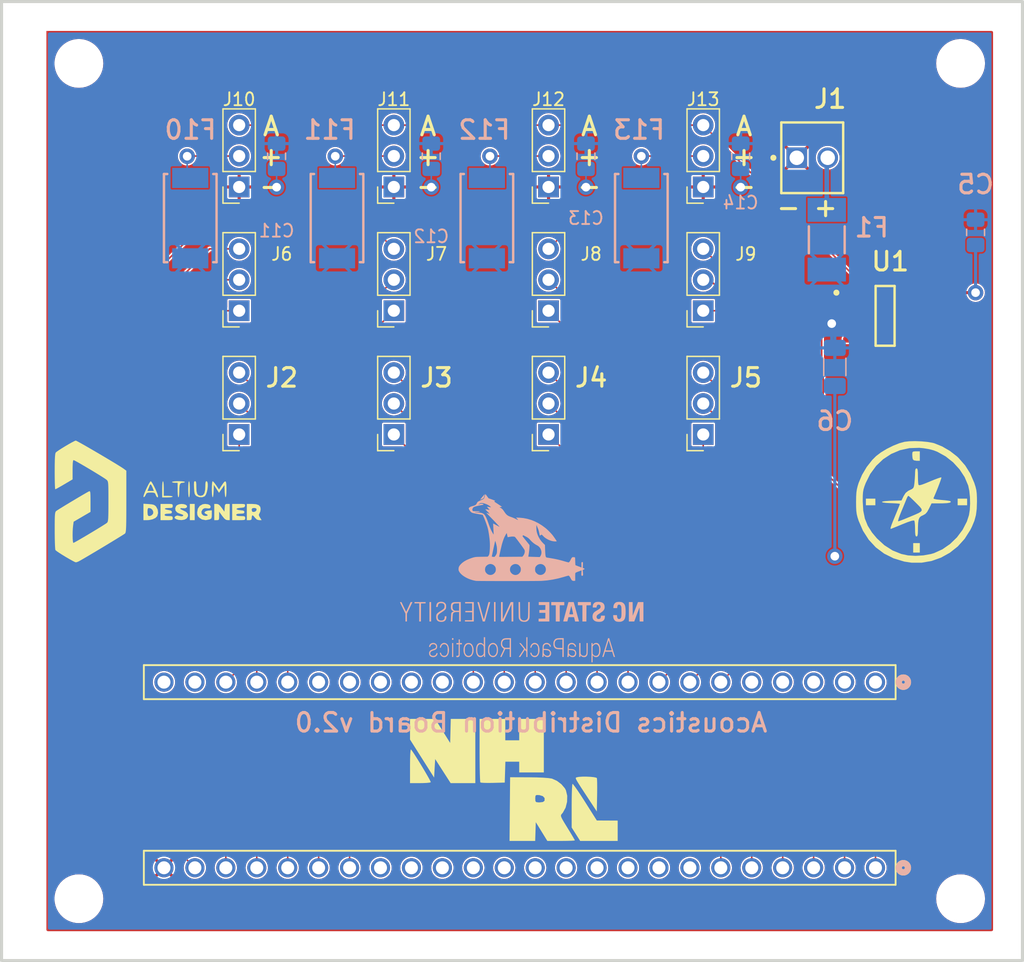
<source format=kicad_pcb>
(kicad_pcb (version 20221018) (generator pcbnew)
  (layers (0 "F.Cu" signal) (31 "B.Cu" signal) (34 "B.Paste" user) (35 "F.Paste" user) (36 "B.SilkS" user "B.Silkscreen") (37 "F.SilkS" user "F.Silkscreen") (38 "B.Mask" user) (39 "F.Mask" user) (44 "Edge.Cuts" user))
  (property "SHEETTOTAL" "1")
  (net 0 "")
  (net 1 "GND")
  (net 2 "/NR")
  (net 3 "Net-(F1-Pad1)")
  (net 8 "Net-(J10-Pin_2)")
  (net 9 "Net-(J11-Pin_2)")
  (net 10 "Net-(J12-Pin_2)")
  (net 11 "Net-(J13-Pin_2)")
  (net 15 "unconnected-(J14-Pad4)")
  (net 28 "/AGND")
  (net 30 "+5V")
  (net 31 "/J2 (DOUT)")
  (net 32 "/J2 (CLK)")
  (net 33 "/J2 (CS)")
  (net 34 "/J3 (DOUT)")
  (net 35 "/J3 (CLK)")
  (net 36 "/J3 (CS)")
  (net 37 "/J4 (DOUT)")
  (net 38 "/J4 (CLK)")
  (net 39 "/J4 (CS)")
  (net 40 "/J5 (DOUT)")
  (net 41 "/J5 (CLK)")
  (net 42 "/J5 (CS)")
  (net 43 "/J6 (G0 OUT)")
  (net 44 "/J6 (G1 OUT)")
  (net 45 "/J6 (G2 OUT)")
  (net 46 "/J7 (G0 OUT)")
  (net 47 "/J7 (G1 OUT)")
  (net 48 "/J7 (G2 OUT)")
  (net 49 "/J8 (G0 OUT)")
  (net 50 "/J8 (G1 OUT)")
  (net 51 "/J8 (G2 OUT)")
  (net 52 "/J9 (G0 OUT)")
  (net 53 "/J9 (G1 OUT)")
  (net 54 "/J9 (G2 OUT)")
  (footprint "Connector_PinSocket_2.54mm:PinSocket_1x03_P2.54mm_Vertical" (layer "F.Cu") (at 123.49734 107.52836 180)
    (fp_text reference "J2" (at -3.50266 4.65836) (layer "F.SilkS") (effects (font (size 1.524 1.524) (thickness 0.254) bold)))
    (fp_text value "Conn_01x03" hide)
    (pad "1" thru_hole rect (at 0 0 180) (size 1.7 1.7) (drill 1) (layers "*.Cu" "*.Mask") (net 31 "/J2 (DOUT)"))
    (pad "2" thru_hole oval (at 0 2.54 180) (size 1.7 1.7) (drill 1) (layers "*.Cu" "*.Mask") (net 32 "/J2 (CLK)"))
    (pad "3" thru_hole oval (at 0 5.08 180) (size 1.7 1.7) (drill 1) (layers "*.Cu" "*.Mask") (net 33 "/J2 (CS)"))
  )
  (footprint "Connector_PinSocket_2.54mm:PinSocket_1x03_P2.54mm_Vertical" (layer "F.Cu") (at 161.5976 87.2086 180)
    (fp_text reference "J13" (at 0 7.1986) (layer "F.SilkS") (effects (font (size 1.06 1) (thickness 0.1524))))
    (fp_text value "Conn_01x03")
    (pad "1" thru_hole rect (at 0 0 180) (size 1.7 1.7) (drill 1) (layers "*.Cu" "*.Mask") (net 1 "GND"))
    (pad "2" thru_hole oval (at 0 2.54 180) (size 1.7 1.7) (drill 1) (layers "*.Cu" "*.Mask") (net 11 "Net-(J13-Pin_2)"))
    (pad "3" thru_hole oval (at 0 5.08 180) (size 1.7 1.7) (drill 1) (layers "*.Cu" "*.Mask") (net 28 "/AGND"))
  )
  (footprint "AltiumImport:MOLX-22-27-2021_V" (layer "F.Cu") (at 170.5476 84.8106)
    (fp_text reference "J1" (at 0 -3.937 unlocked) (layer "F.SilkS") (effects (font (size 1.524 1.524) (thickness 0.254)) (justify left bottom)))
    (fp_text value "22-27-2021" hide)
    (pad "1" thru_hole rect (at -1.27 0 180) (size 1.7 1.7) (drill 1.19) (layers "*.Cu" "*.Mask") (net 1 "GND"))
    (pad "2" thru_hole circle (at 1.27 0 180) (size 1.7 1.7) (drill 1.19) (layers "*.Cu" "*.Mask") (net 3 "Net-(F1-Pad1)"))
  )
  (footprint "Connector_PinSocket_2.54mm:PinSocket_1x03_P2.54mm_Vertical" (layer "F.Cu") (at 161.5976 97.3686 180)
    (fp_text reference "J9" (at -3.5024 4.6586) (layer "F.SilkS") (effects (font (size 1.06 1) (thickness 0.1524))))
    (fp_text value "Conn_01x03")
    (pad "1" thru_hole rect (at 0 0 180) (size 1.7 1.7) (drill 1) (layers "*.Cu" "*.Mask") (net 52 "/J9 (G0 OUT)"))
    (pad "2" thru_hole oval (at 0 2.54 180) (size 1.7 1.7) (drill 1) (layers "*.Cu" "*.Mask") (net 53 "/J9 (G1 OUT)"))
    (pad "3" thru_hole oval (at 0 5.08 180) (size 1.7 1.7) (drill 1) (layers "*.Cu" "*.Mask") (net 54 "/J9 (G2 OUT)"))
  )
  (footprint "Connector_PinSocket_2.54mm:PinSocket_1x03_P2.54mm_Vertical" (layer "F.Cu") (at 136.19658 87.2086 180)
    (fp_text reference "J11" (at 0 7.1986) (layer "F.SilkS") (effects (font (size 1.06 1) (thickness 0.1524))))
    (fp_text value "Conn_01x03")
    (pad "1" thru_hole rect (at 0 0 180) (size 1.7 1.7) (drill 1) (layers "*.Cu" "*.Mask") (net 1 "GND"))
    (pad "2" thru_hole oval (at 0 2.54 180) (size 1.7 1.7) (drill 1) (layers "*.Cu" "*.Mask") (net 9 "Net-(J11-Pin_2)"))
    (pad "3" thru_hole oval (at 0 5.08 180) (size 1.7 1.7) (drill 1) (layers "*.Cu" "*.Mask") (net 28 "/AGND"))
  )
  (footprint "Connector_PinSocket_2.54mm:PinSocket_1x03_P2.54mm_Vertical" (layer "F.Cu") (at 123.49734 87.2086 180)
    (fp_text reference "J10" (at 0 7.1986) (layer "F.SilkS") (effects (font (size 1.06 1) (thickness 0.1524))))
    (fp_text value "Conn_01x03" hide)
    (pad "1" thru_hole rect (at 0 0 180) (size 1.7 1.7) (drill 1) (layers "*.Cu" "*.Mask") (net 1 "GND"))
    (pad "2" thru_hole oval (at 0 2.54 180) (size 1.7 1.7) (drill 1) (layers "*.Cu" "*.Mask") (net 8 "Net-(J10-Pin_2)"))
    (pad "3" thru_hole oval (at 0 5.08 180) (size 1.7 1.7) (drill 1) (layers "*.Cu" "*.Mask") (net 28 "/AGND"))
  )
  (footprint "Connector_PinSocket_2.54mm:PinSocket_1x03_P2.54mm_Vertical" (layer "F.Cu") (at 136.19658 107.52836 180)
    (fp_text reference "J3" (at -3.50342 4.65836) (layer "F.SilkS") (effects (font (size 1.524 1.524) (thickness 0.254) bold)))
    (fp_text value "Conn_01x03" hide)
    (pad "1" thru_hole rect (at 0 0 180) (size 1.7 1.7) (drill 1) (layers "*.Cu" "*.Mask") (net 34 "/J3 (DOUT)"))
    (pad "2" thru_hole oval (at 0 2.54 180) (size 1.7 1.7) (drill 1) (layers "*.Cu" "*.Mask") (net 35 "/J3 (CLK)"))
    (pad "3" thru_hole oval (at 0 5.08 180) (size 1.7 1.7) (drill 1) (layers "*.Cu" "*.Mask") (net 36 "/J3 (CS)"))
  )
  (footprint "LOGO" (layer "F.Cu") (at 179.07 113.03)
    (fp_text reference "G***" hide)
    (fp_text value "LOGO" hide)
  )
  (footprint "MountingHole:MountingHole_3.5mm" (layer "F.Cu") (at 182.7276 77.0636)
    (fp_text reference "" hide)
    (fp_text value "MountingHole_3.5mm" hide)
    (pad "" np_thru_hole circle (at 0 0) (size 3.5 3.5) (drill 3.5) (layers "*.Cu" "*.Mask"))
  )
  (footprint "Connector_PinSocket_2.54mm:PinSocket_1x03_P2.54mm_Vertical" (layer "F.Cu") (at 148.89772 87.2086 180)
    (fp_text reference "J12" (at 0 7.1986) (layer "F.SilkS") (effects (font (size 1.06 1) (thickness 0.1524))))
    (fp_text value "Conn_01x03")
    (pad "1" thru_hole rect (at 0 0 180) (size 1.7 1.7) (drill 1) (layers "*.Cu" "*.Mask") (net 1 "GND"))
    (pad "2" thru_hole oval (at 0 2.54 180) (size 1.7 1.7) (drill 1) (layers "*.Cu" "*.Mask") (net 10 "Net-(J12-Pin_2)"))
    (pad "3" thru_hole oval (at 0 5.08 180) (size 1.7 1.7) (drill 1) (layers "*.Cu" "*.Mask") (net 28 "/AGND"))
  )
  (footprint "Connector_PinSocket_2.54mm:PinSocket_1x03_P2.54mm_Vertical" (layer "F.Cu") (at 123.49734 97.3686 180)
    (fp_text reference "J6" (at -3.50266 4.6586) (layer "F.SilkS") (effects (font (size 1.06 1) (thickness 0.1524))))
    (fp_text value "Conn_01x03")
    (pad "1" thru_hole rect (at 0 0 180) (size 1.7 1.7) (drill 1) (layers "*.Cu" "*.Mask") (net 43 "/J6 (G0 OUT)"))
    (pad "2" thru_hole oval (at 0 2.54 180) (size 1.7 1.7) (drill 1) (layers "*.Cu" "*.Mask") (net 44 "/J6 (G1 OUT)"))
    (pad "3" thru_hole oval (at 0 5.08 180) (size 1.7 1.7) (drill 1) (layers "*.Cu" "*.Mask") (net 45 "/J6 (G2 OUT)"))
  )
  (footprint "SWLib (24pin header):CONN24_PPTC241LFBN-RC_SUL" (layer "F.Cu") (at 175.7426 143.1036 180)
    (fp_text reference "J15" hide)
    (fp_text value "PPTC241LFBN-RC")
    (pad "1" thru_hole circle (at 0 0 180) (size 1.5748 1.5748) (drill 1.0668) (layers "*.Cu" "*.Mask") (net 51 "/J8 (G2 OUT)"))
    (pad "2" thru_hole circle (at 2.54 0 180) (size 1.5748 1.5748) (drill 1.0668) (layers "*.Cu" "*.Mask") (net 54 "/J9 (G2 OUT)"))
    (pad "3" thru_hole circle (at 5.08 0 180) (size 1.5748 1.5748) (drill 1.0668) (layers "*.Cu" "*.Mask") (net 53 "/J9 (G1 OUT)"))
    (pad "4" thru_hole circle (at 7.62 0 180) (size 1.5748 1.5748) (drill 1.0668) (layers "*.Cu" "*.Mask") (net 52 "/J9 (G0 OUT)"))
    (pad "5" thru_hole circle (at 10.16 0 180) (size 1.5748 1.5748) (drill 1.0668) (layers "*.Cu" "*.Mask") (net 50 "/J8 (G1 OUT)"))
    (pad "6" thru_hole circle (at 12.7 0 180) (size 1.5748 1.5748) (drill 1.0668) (layers "*.Cu" "*.Mask") (net 49 "/J8 (G0 OUT)"))
    (pad "7" thru_hole circle (at 15.24 0 180) (size 1.5748 1.5748) (drill 1.0668) (layers "*.Cu" "*.Mask"))
    (pad "8" thru_hole circle (at 17.78 0 180) (size 1.5748 1.5748) (drill 1.0668) (layers "*.Cu" "*.Mask"))
    (pad "9" thru_hole circle (at 20.32 0 180) (size 1.5748 1.5748) (drill 1.0668) (layers "*.Cu" "*.Mask"))
    (pad "10" thru_hole circle (at 22.86 0 180) (size 1.5748 1.5748) (drill 1.0668) (layers "*.Cu" "*.Mask"))
    (pad "11" thru_hole circle (at 25.4 0 180) (size 1.5748 1.5748) (drill 1.0668) (layers "*.Cu" "*.Mask"))
    (pad "12" thru_hole circle (at 27.94 0 180) (size 1.5748 1.5748) (drill 1.0668) (layers "*.Cu" "*.Mask"))
    (pad "13" thru_hole circle (at 30.48 0 180) (size 1.5748 1.5748) (drill 1.0668) (layers "*.Cu" "*.Mask"))
    (pad "14" thru_hole circle (at 33.02 0 180) (size 1.5748 1.5748) (drill 1.0668) (layers "*.Cu" "*.Mask"))
    (pad "15" thru_hole circle (at 35.56 0 180) (size 1.5748 1.5748) (drill 1.0668) (layers "*.Cu" "*.Mask"))
    (pad "16" thru_hole circle (at 38.1 0 180) (size 1.5748 1.5748) (drill 1.0668) (layers "*.Cu" "*.Mask"))
    (pad "17" thru_hole circle (at 40.64 0 180) (size 1.5748 1.5748) (drill 1.0668) (layers "*.Cu" "*.Mask"))
    (pad "18" thru_hole circle (at 43.18 0 180) (size 1.5748 1.5748) (drill 1.0668) (layers "*.Cu" "*.Mask") (net 46 "/J7 (G0 OUT)"))
    (pad "19" thru_hole circle (at 45.72 0 180) (size 1.5748 1.5748) (drill 1.0668) (layers "*.Cu" "*.Mask") (net 47 "/J7 (G1 OUT)"))
    (pad "20" thru_hole circle (at 48.26 0 180) (size 1.5748 1.5748) (drill 1.0668) (layers "*.Cu" "*.Mask") (net 43 "/J6 (G0 OUT)"))
    (pad "21" thru_hole circle (at 50.8 0 180) (size 1.5748 1.5748) (drill 1.0668) (layers "*.Cu" "*.Mask") (net 44 "/J6 (G1 OUT)"))
    (pad "22" thru_hole circle (at 53.34 0 180) (size 1.5748 1.5748) (drill 1.0668) (layers "*.Cu" "*.Mask") (net 45 "/J6 (G2 OUT)"))
    (pad "23" thru_hole circle (at 55.88 0 180) (size 1.5748 1.5748) (drill 1.0668) (layers "*.Cu" "*.Mask") (net 48 "/J7 (G2 OUT)"))
    (pad "24" thru_hole circle (at 58.42 0 180) (size 1.5748 1.5748) (drill 1.0668) (layers "*.Cu" "*.Mask") (net 1 "GND"))
  )
  (footprint "MountingHole:MountingHole_3.5mm" (layer "F.Cu") (at 182.7276 145.6436)
    (fp_text reference "" hide)
    (fp_text value "MountingHole_3.5mm" hide)
    (pad "" np_thru_hole circle (at 0 0) (size 3.5 3.5) (drill 3.5) (layers "*.Cu" "*.Mask"))
  )
  (footprint "MountingHole:MountingHole_3.5mm" (layer "F.Cu") (at 110.3376 77.0636)
    (fp_text reference "" hide)
    (fp_text value "MountingHole_3.5mm" hide)
    (pad "" np_thru_hole circle (at 0 0) (size 3.5 3.5) (drill 3.5) (layers "*.Cu" "*.Mask"))
  )
  (footprint "LOGO" (layer "F.Cu") (at 116.84 113.03)
    (fp_text reference "G***" hide)
    (fp_text value "LOGO" hide)
  )
  (footprint "SWLib (24pin header):CONN24_PPTC241LFBN-RC_SUL" (layer "F.Cu") (at 175.7426 127.8636 180)
    (fp_text reference "J14" hide)
    (fp_text value "PPTC241LFBN-RC")
    (pad "1" thru_hole circle (at 0 0 180) (size 1.5748 1.5748) (drill 1.0668) (layers "*.Cu" "*.Mask"))
    (pad "2" thru_hole circle (at 2.54 0 180) (size 1.5748 1.5748) (drill 1.0668) (layers "*.Cu" "*.Mask"))
    (pad "3" thru_hole circle (at 5.08 0 180) (size 1.5748 1.5748) (drill 1.0668) (layers "*.Cu" "*.Mask"))
    (pad "4" thru_hole circle (at 7.62 0 180) (size 1.5748 1.5748) (drill 1.0668) (layers "*.Cu" "*.Mask") (net 15 "unconnected-(J14-Pad4)"))
    (pad "5" thru_hole circle (at 10.16 0 180) (size 1.5748 1.5748) (drill 1.0668) (layers "*.Cu" "*.Mask"))
    (pad "6" thru_hole circle (at 12.7 0 180) (size 1.5748 1.5748) (drill 1.0668) (layers "*.Cu" "*.Mask") (net 42 "/J5 (CS)"))
    (pad "7" thru_hole circle (at 15.24 0 180) (size 1.5748 1.5748) (drill 1.0668) (layers "*.Cu" "*.Mask") (net 41 "/J5 (CLK)"))
    (pad "8" thru_hole circle (at 17.78 0 180) (size 1.5748 1.5748) (drill 1.0668) (layers "*.Cu" "*.Mask") (net 40 "/J5 (DOUT)"))
    (pad "9" thru_hole circle (at 20.32 0 180) (size 1.5748 1.5748) (drill 1.0668) (layers "*.Cu" "*.Mask") (net 39 "/J4 (CS)"))
    (pad "10" thru_hole circle (at 22.86 0 180) (size 1.5748 1.5748) (drill 1.0668) (layers "*.Cu" "*.Mask") (net 38 "/J4 (CLK)"))
    (pad "11" thru_hole circle (at 25.4 0 180) (size 1.5748 1.5748) (drill 1.0668) (layers "*.Cu" "*.Mask") (net 37 "/J4 (DOUT)"))
    (pad "12" thru_hole circle (at 27.94 0 180) (size 1.5748 1.5748) (drill 1.0668) (layers "*.Cu" "*.Mask") (net 36 "/J3 (CS)"))
    (pad "13" thru_hole circle (at 30.48 0 180) (size 1.5748 1.5748) (drill 1.0668) (layers "*.Cu" "*.Mask") (net 35 "/J3 (CLK)"))
    (pad "14" thru_hole circle (at 33.02 0 180) (size 1.5748 1.5748) (drill 1.0668) (layers "*.Cu" "*.Mask") (net 34 "/J3 (DOUT)"))
    (pad "15" thru_hole circle (at 35.56 0 180) (size 1.5748 1.5748) (drill 1.0668) (layers "*.Cu" "*.Mask"))
    (pad "16" thru_hole circle (at 38.1 0 180) (size 1.5748 1.5748) (drill 1.0668) (layers "*.Cu" "*.Mask"))
    (pad "17" thru_hole circle (at 40.64 0 180) (size 1.5748 1.5748) (drill 1.0668) (layers "*.Cu" "*.Mask"))
    (pad "18" thru_hole circle (at 43.18 0 180) (size 1.5748 1.5748) (drill 1.0668) (layers "*.Cu" "*.Mask"))
    (pad "19" thru_hole circle (at 45.72 0 180) (size 1.5748 1.5748) (drill 1.0668) (layers "*.Cu" "*.Mask"))
    (pad "20" thru_hole circle (at 48.26 0 180) (size 1.5748 1.5748) (drill 1.0668) (layers "*.Cu" "*.Mask") (net 33 "/J2 (CS)"))
    (pad "21" thru_hole circle (at 50.8 0 180) (size 1.5748 1.5748) (drill 1.0668) (layers "*.Cu" "*.Mask") (net 32 "/J2 (CLK)"))
    (pad "22" thru_hole circle (at 53.34 0 180) (size 1.5748 1.5748) (drill 1.0668) (layers "*.Cu" "*.Mask") (net 31 "/J2 (DOUT)"))
    (pad "23" thru_hole circle (at 55.88 0 180) (size 1.5748 1.5748) (drill 1.0668) (layers "*.Cu" "*.Mask"))
    (pad "24" thru_hole circle (at 58.42 0 180) (size 1.5748 1.5748) (drill 1.0668) (layers "*.Cu" "*.Mask"))
  )
  (footprint "Connector_PinSocket_2.54mm:PinSocket_1x03_P2.54mm_Vertical" (layer "F.Cu") (at 136.19658 97.3686 180)
    (fp_text reference "J7" (at -3.50342 4.6586) (layer "F.SilkS") (effects (font (size 1.06 1) (thickness 0.1524))))
    (fp_text value "Conn_01x03")
    (pad "1" thru_hole rect (at 0 0 180) (size 1.7 1.7) (drill 1) (layers "*.Cu" "*.Mask") (net 46 "/J7 (G0 OUT)"))
    (pad "2" thru_hole oval (at 0 2.54 180) (size 1.7 1.7) (drill 1) (layers "*.Cu" "*.Mask") (net 47 "/J7 (G1 OUT)"))
    (pad "3" thru_hole oval (at 0 5.08 180) (size 1.7 1.7) (drill 1) (layers "*.Cu" "*.Mask") (net 48 "/J7 (G2 OUT)"))
  )
  (footprint "Connector_PinSocket_2.54mm:PinSocket_1x03_P2.54mm_Vertical" (layer "F.Cu") (at 161.5976 107.52836 180)
    (fp_text reference "J5" (at -3.5024 4.65836) (layer "F.SilkS") (effects (font (size 1.524 1.524) (thickness 0.254) bold)))
    (fp_text value "Conn_01x03" hide)
    (pad "1" thru_hole rect (at 0 0 180) (size 1.7 1.7) (drill 1) (layers "*.Cu" "*.Mask") (net 40 "/J5 (DOUT)"))
    (pad "2" thru_hole oval (at 0 2.54 180) (size 1.7 1.7) (drill 1) (layers "*.Cu" "*.Mask") (net 41 "/J5 (CLK)"))
    (pad "3" thru_hole oval (at 0 5.08 180) (size 1.7 1.7) (drill 1) (layers "*.Cu" "*.Mask") (net 42 "/J5 (CS)"))
  )
  (footprint "Connector_PinSocket_2.54mm:PinSocket_1x03_P2.54mm_Vertical" (layer "F.Cu") (at 148.89772 97.3686 180)
    (fp_text reference "J8" (at -3.50228 4.6586) (layer "F.SilkS") (effects (font (size 1.06 1) (thickness 0.1524))))
    (fp_text value "Conn_01x03")
    (pad "1" thru_hole rect (at 0 0 180) (size 1.7 1.7) (drill 1) (layers "*.Cu" "*.Mask") (net 49 "/J8 (G0 OUT)"))
    (pad "2" thru_hole oval (at 0 2.54 180) (size 1.7 1.7) (drill 1) (layers "*.Cu" "*.Mask") (net 50 "/J8 (G1 OUT)"))
    (pad "3" thru_hole oval (at 0 5.08 180) (size 1.7 1.7) (drill 1) (layers "*.Cu" "*.Mask") (net 51 "/J8 (G2 OUT)"))
  )
  (footprint "Connector_PinSocket_2.54mm:PinSocket_1x03_P2.54mm_Vertical" (layer "F.Cu") (at 148.89772 107.52836 180)
    (fp_text reference "J4" (at -3.50228 4.65836) (layer "F.SilkS") (effects (font (size 1.524 1.524) (thickness 0.254) bold)))
    (fp_text value "Conn_01x03" hide)
    (pad "1" thru_hole rect (at 0 0 180) (size 1.7 1.7) (drill 1) (layers "*.Cu" "*.Mask") (net 37 "/J4 (DOUT)"))
    (pad "2" thru_hole oval (at 0 2.54 180) (size 1.7 1.7) (drill 1) (layers "*.Cu" "*.Mask") (net 38 "/J4 (CLK)"))
    (pad "3" thru_hole oval (at 0 5.08 180) (size 1.7 1.7) (drill 1) (layers "*.Cu" "*.Mask") (net 39 "/J4 (CS)"))
  )
  (footprint "MountingHole:MountingHole_3.5mm" (layer "F.Cu") (at 110.3376 145.6436)
    (fp_text reference "" hide)
    (fp_text value "MountingHole_3.5mm" hide)
    (pad "" np_thru_hole circle (at 0 0) (size 3.5 3.5) (drill 3.5) (layers "*.Cu" "*.Mask"))
  )
  (footprint "LOGO" (layer "F.Cu") (at 146.05 135.89)
    (fp_text reference "G***" hide)
    (fp_text value "LOGO" hide)
  )
  (footprint "AltiumImport:FP-D0008A-IPC_B" (layer "F.Cu") (at 176.53 97.79)
    (fp_text reference "U1" (at -1.27 -3.5687 unlocked) (layer "F.SilkS") (effects (font (size 1.524 1.524) (thickness 0.254)) (justify left bottom)))
    (fp_text value "TLE2426CDR" hide)
    (pad "1" smd rect (at -2.3636 -1.905) (size 2.16916 0.58213) (layers "F.Cu" "F.Paste" "F.Mask") (net 28 "/AGND"))
    (pad "2" smd roundrect (at -2.3636 -0.635) (size 2.16916 0.58213) (layers "F.Cu" "F.Paste" "F.Mask") (roundrect_rratio 0.5) (net 1 "GND"))
    (pad "3" smd roundrect (at -2.3636 0.635) (size 2.16916 0.58213) (layers "F.Cu" "F.Paste" "F.Mask") (roundrect_rratio 0.5) (net 30 "+5V"))
    (pad "4" smd roundrect (at -2.3636 1.905) (size 2.16916 0.58213) (layers "F.Cu" "F.Paste" "F.Mask") (roundrect_rratio 0.5))
    (pad "5" smd roundrect (at 2.3636 1.905) (size 2.16916 0.58213) (layers "F.Cu" "F.Paste" "F.Mask") (roundrect_rratio 0.5))
    (pad "6" smd roundrect (at 2.3636 0.635) (size 2.16916 0.58213) (layers "F.Cu" "F.Paste" "F.Mask") (roundrect_rratio 0.5))
    (pad "7" smd roundrect (at 2.3636 -0.635) (size 2.16916 0.58213) (layers "F.Cu" "F.Paste" "F.Mask") (roundrect_rratio 0.5))
    (pad "8" smd roundrect (at 2.3636 -1.905) (size 2.16916 0.58213) (layers "F.Cu" "F.Paste" "F.Mask") (roundrect_rratio 0.5) (net 2 "/NR"))
  )
  (footprint "Capacitor_SMD:C_0805_2012Metric_Pad1.18x1.45mm_HandSolder" (layer "B.Cu") (at 164.67088 84.6836 90)
    (fp_text reference "C14" (at -3.81 0) (layer "B.SilkS") (effects (font (size 1.06 1) (thickness 0.1524)) (justify mirror)))
    (fp_text value "1uF")
    (pad "1" smd roundrect (at -1.0375 0 90) (size 1.175 1.45) (layers "B.Cu" "B.Paste" "B.Mask") (roundrect_rratio 0.212766) (net 1 "GND"))
    (pad "2" smd roundrect (at 1.0375 0 90) (size 1.175 1.45) (layers "B.Cu" "B.Paste" "B.Mask") (roundrect_rratio 0.212766) (net 30 "+5V"))
  )
  (footprint "AltiumImport:LFUS-459_V" (layer "B.Cu") (at 119.4816 89.7636 90)
    (fp_text reference "F10" (at 6.35 2.286 unlocked) (layer "B.SilkS") (effects (font (size 1.524 1.524) (thickness 0.254)) (justify left bottom mirror)))
    (fp_text value "0.25A" hide)
    (pad "1" smd rect (at -3.3 0 270) (size 1.65 2.97) (layers "B.Cu" "B.Paste" "B.Mask") (net 30 "+5V"))
    (pad "2" smd rect (at 3.3 0 270) (size 1.65 2.97) (layers "B.Cu" "B.Paste" "B.Mask") (net 8 "Net-(J10-Pin_2)"))
  )
  (footprint "AltiumImport:LFUS-459_V" (layer "B.Cu") (at 131.5306 89.7636 90)
    (fp_text reference "F11" (at 6.35 1.667 unlocked) (layer "B.SilkS") (effects (font (size 1.524 1.524) (thickness 0.254)) (justify left bottom mirror)))
    (fp_text value "0.25A" hide)
    (pad "1" smd rect (at -3.3 0 270) (size 1.65 2.97) (layers "B.Cu" "B.Paste" "B.Mask") (net 30 "+5V"))
    (pad "2" smd rect (at 3.3 0 270) (size 1.65 2.97) (layers "B.Cu" "B.Paste" "B.Mask") (net 9 "Net-(J11-Pin_2)"))
  )
  (footprint "Capacitor_SMD:C_1206_3216Metric_Pad1.33x1.80mm_HandSolder" (layer "B.Cu") (at 172.402 101.981 -90)
    (fp_text reference "C6" (at 4.445 0) (layer "B.SilkS") (effects (font (size 1.524 1.524) (thickness 0.254) bold) (justify mirror)))
    (fp_text value "1uF")
    (pad "1" smd roundrect (at -1.5625 0 270) (size 1.325 1.8) (layers "B.Cu" "B.Paste" "B.Mask") (roundrect_rratio 0.188679) (net 30 "+5V"))
    (pad "2" smd roundrect (at 1.5625 0 270) (size 1.325 1.8) (layers "B.Cu" "B.Paste" "B.Mask") (roundrect_rratio 0.188679) (net 1 "GND"))
  )
  (footprint "AltiumImport:LFUS-459_V" (layer "B.Cu") (at 156.5176 89.7636 90)
    (fp_text reference "F13" (at 6.35 2.08 unlocked) (layer "B.SilkS") (effects (font (size 1.524 1.524) (thickness 0.254)) (justify left bottom mirror)))
    (fp_text value "0.25A" hide)
    (pad "1" smd rect (at -3.3 0 270) (size 1.65 2.97) (layers "B.Cu" "B.Paste" "B.Mask") (net 30 "+5V"))
    (pad "2" smd rect (at 3.3 0 270) (size 1.65 2.97) (layers "B.Cu" "B.Paste" "B.Mask") (net 11 "Net-(J13-Pin_2)"))
  )
  (footprint "Capacitor_SMD:C_0805_2012Metric_Pad1.18x1.45mm_HandSolder" (layer "B.Cu") (at 183.959 90.932 90)
    (fp_text reference "C5" (at 3.937 0) (layer "B.SilkS") (effects (font (size 1.524 1.524) (thickness 0.254) bold) (justify mirror)))
    (fp_text value "100nF")
    (pad "1" smd roundrect (at -1.0375 0 90) (size 1.175 1.45) (layers "B.Cu" "B.Paste" "B.Mask") (roundrect_rratio 0.212766) (net 2 "/NR"))
    (pad "2" smd roundrect (at 1.0375 0 90) (size 1.175 1.45) (layers "B.Cu" "B.Paste" "B.Mask") (roundrect_rratio 0.212766) (net 30 "+5V"))
  )
  (footprint "AltiumImport:FP-0452-MFG" (layer "B.Cu") (at 171.7416 91.5416 -90)
    (fp_text reference "F1" (at -0.1016 -5.2324 unlocked) (layer "B.SilkS") (effects (font (size 1.524 1.524) (thickness 0.254)) (justify left bottom mirror)))
    (fp_text value "1.5A" hide)
    (pad "1" smd rect (at -2.4511 0 90) (size 1.9558 3.1496) (layers "B.Cu" "B.Paste" "B.Mask") (net 3 "Net-(F1-Pad1)"))
    (pad "2" smd rect (at 2.4511 0 90) (size 1.9558 3.1496) (layers "B.Cu" "B.Paste" "B.Mask") (net 30 "+5V"))
  )
  (footprint "AltiumImport:LFUS-459_V" (layer "B.Cu") (at 143.8336 89.7636 90)
    (fp_text reference "F12" (at 6.35 2.064 unlocked) (layer "B.SilkS") (effects (font (size 1.524 1.524) (thickness 0.254)) (justify left bottom mirror)))
    (fp_text value "0.25A" hide)
    (pad "1" smd rect (at -3.3 0 270) (size 1.65 2.97) (layers "B.Cu" "B.Paste" "B.Mask") (net 30 "+5V"))
    (pad "2" smd rect (at 3.3 0 270) (size 1.65 2.97) (layers "B.Cu" "B.Paste" "B.Mask") (net 10 "Net-(J12-Pin_2)"))
  )
  (footprint "Capacitor_SMD:C_0805_2012Metric_Pad1.18x1.45mm_HandSolder" (layer "B.Cu") (at 139.26936 84.68242 90)
    (fp_text reference "C12" (at -6.5825 0) (layer "B.SilkS") (effects (font (size 1.06 1) (thickness 0.1524)) (justify mirror)))
    (fp_text value "1uF")
    (pad "1" smd roundrect (at -1.0375 0 90) (size 1.175 1.45) (layers "B.Cu" "B.Paste" "B.Mask") (roundrect_rratio 0.212766) (net 1 "GND"))
    (pad "2" smd roundrect (at 1.0375 0 90) (size 1.175 1.45) (layers "B.Cu" "B.Paste" "B.Mask") (roundrect_rratio 0.212766) (net 30 "+5V"))
  )
  (footprint "Capacitor_SMD:C_0805_2012Metric_Pad1.18x1.45mm_HandSolder" (layer "B.Cu") (at 126.57114 84.68478 90)
    (fp_text reference "C11" (at -6.1175 0) (layer "B.SilkS") (effects (font (size 1.06 1) (thickness 0.1524)) (justify mirror)))
    (fp_text value "1uF")
    (pad "1" smd roundrect (at -1.0375 0 90) (size 1.175 1.45) (layers "B.Cu" "B.Paste" "B.Mask") (roundrect_rratio 0.212766) (net 1 "GND"))
    (pad "2" smd roundrect (at 1.0375 0 90) (size 1.175 1.45) (layers "B.Cu" "B.Paste" "B.Mask") (roundrect_rratio 0.212766) (net 30 "+5V"))
  )
  (footprint "Capacitor_SMD:C_0805_2012Metric_Pad1.18x1.45mm_HandSolder" (layer "B.Cu") (at 151.97074 84.6836 90)
    (fp_text reference "C13" (at -5.08 0) (layer "B.SilkS") (effects (font (size 1.06 1) (thickness 0.1524)) (justify mirror)))
    (fp_text value "1uF")
    (pad "1" smd roundrect (at -1.0375 0 90) (size 1.175 1.45) (layers "B.Cu" "B.Paste" "B.Mask") (roundrect_rratio 0.212766) (net 1 "GND"))
    (pad "2" smd roundrect (at 1.0375 0 90) (size 1.175 1.45) (layers "B.Cu" "B.Paste" "B.Mask") (roundrect_rratio 0.212766) (net 30 "+5V"))
  )
  (footprint "LOGO" (layer "B.Cu") (at 146.685 119.38 180)
    (fp_text reference "G***" hide)
    (fp_text value "LOGO" hide)
  )
  (gr_rect (start 107.7976 74.5236) (end 185.2676 148.1836) (stroke (width 0.254)) (fill none) (layer "F.Cu"))
  (gr_rect (start 103.9876 71.9836) (end 187.8076 150.7236) (stroke (width 0.254)) (fill none) (layer "Edge.Cuts"))
  (gr_text "Acoustics Distribution Board v2.0\n" (at 167.005 132.08) (layer "B.SilkS") (effects (font (size 1.524 1.524) (thickness 0.254) bold) (justify left bottom mirror)))
  (gr_text "A\n+\n-" (at 126.12934 84.6836) (layer "F.SilkS") (effects (font (size 1.524 1.524) (thickness 0.254) bold)))
  (gr_text "A\n+\n-" (at 139.00658 84.6836) (layer "F.SilkS") (effects (font (size 1.524 1.524) (thickness 0.254) bold)))
  (gr_text "A\n+\n-" (at 152.2476 84.6836) (layer "F.SilkS") (effects (font (size 1.524 1.524) (thickness 0.254) bold)))
  (gr_text "A\n+\n-" (at 164.9476 84.6836) (layer "F.SilkS") (effects (font (size 1.524 1.524) (thickness 0.254) bold)))
  (gr_text "- +" (at 167.4876 89.7636) (layer "F.SilkS") (effects (font (size 1.524 1.524) (thickness 0.254) bold) (justify left bottom)))
  (via (at 126.57114 87.2236) (size 1.27) (drill 0.7112) (layers "F.Cu" "B.Cu") (net 1))
  (via (at 164.67088 87.2236) (size 1.27) (drill 0.7112) (layers "F.Cu" "B.Cu") (net 1))
  (via (at 151.97074 87.2236) (size 1.27) (drill 0.7112) (layers "F.Cu" "B.Cu") (net 1))
  (via (at 172.402 117.5235) (size 1.27) (drill 0.7112) (layers "F.Cu" "B.Cu") (net 1))
  (via (at 139.26936 87.2236) (size 1.27) (drill 0.7112) (layers "F.Cu" "B.Cu") (net 1))
  (segment (start 126.57114 85.72228) (end 126.57114 87.2236) (width 0.127) (layer "B.Cu") (net 1))
  (segment (start 151.97074 85.7211) (end 151.97074 87.2236) (width 0.127) (layer "B.Cu") (net 1))
  (segment (start 164.67088 85.7211) (end 164.67088 87.2236) (width 0.127) (layer "B.Cu") (net 1))
  (segment (start 172.402 117.5235) (end 172.402 103.4565) (width 0.254) (layer "B.Cu") (net 1))
  (segment (start 139.26936 85.71992) (end 139.26936 87.2236) (width 0.127) (layer "B.Cu") (net 1))
  (segment (start 183.959 95.885) (end 178.8936 95.885) (width 0.254) (layer "F.Cu") (net 2))
  (via (at 183.959 95.885) (size 1.27) (drill 0.7112) (layers "F.Cu" "B.Cu") (net 2))
  (segment (start 183.959 95.885) (end 183.959 91.65824) (width 0.254) (layer "B.Cu") (net 2))
  (segment (start 171.7416 89.0905) (end 171.7416 84.8106) (width 0.381) (layer "B.Cu") (net 3))
  (segment (start 119.2426 84.6686) (end 123.49734 84.6686) (width 0.127) (layer "F.Cu") (net 8))
  (segment (start 119.2276 84.6836) (end 119.2426 84.6686) (width 0.127) (layer "F.Cu") (net 8))
  (via (at 119.2276 84.6836) (size 1.27) (drill 0.7112) (layers "F.Cu" "B.Cu") (net 8))
  (segment (start 119.2276 85.7036) (end 119.2276 84.6836) (width 0.127) (layer "B.Cu") (net 8))
  (segment (start 131.3876 84.6836) (end 131.4026 84.6686) (width 0.127) (layer "F.Cu") (net 9))
  (segment (start 131.4026 84.6686) (end 136.19658 84.6686) (width 0.127) (layer "F.Cu") (net 9))
  (via (at 131.3876 84.6836) (size 1.27) (drill 0.7112) (layers "F.Cu" "B.Cu") (net 9))
  (segment (start 131.3876 86.4636) (end 131.3876 84.6836) (width 0.127) (layer "B.Cu") (net 9))
  (segment (start 144.1026 84.6686) (end 148.89772 84.6686) (width 0.127) (layer "F.Cu") (net 10))
  (segment (start 144.0876 84.6836) (end 144.1026 84.6686) (width 0.127) (layer "F.Cu") (net 10))
  (via (at 144.0876 84.6836) (size 1.27) (drill 0.7112) (layers "F.Cu" "B.Cu") (net 10))
  (segment (start 144.0876 85.8286) (end 144.0876 84.6836) (width 0.127) (layer "B.Cu") (net 10))
  (segment (start 161.5976 84.6686) (end 156.5326 84.6686) (width 0.127) (layer "F.Cu") (net 11))
  (segment (start 156.5326 84.6686) (end 156.5176 84.6836) (width 0.127) (layer "F.Cu") (net 11))
  (via (at 156.5176 84.6836) (size 1.27) (drill 0.7112) (layers "F.Cu" "B.Cu") (net 11))
  (segment (start 156.5176 86.4636) (end 156.5176 84.6836) (width 0.127) (layer "B.Cu") (net 11))
  (segment (start 167.6141 127.3551) (end 168.1226 127.8636) (width 0.127) (layer "F.Cu") (net 15))
  (segment (start 123.49734 82.1286) (end 136.19658 82.1286) (width 0.127) (layer "F.Cu") (net 28))
  (segment (start 161.5976 82.1286) (end 148.89772 82.1286) (width 0.127) (layer "F.Cu") (net 28))
  (segment (start 174.1664 94.6974) (end 161.5976 82.1286) (width 0.127) (layer "F.Cu") (net 28))
  (segment (start 174.1664 95.885) (end 174.1664 94.6974) (width 0.127) (layer "F.Cu") (net 28))
  (segment (start 136.19658 82.1286) (end 148.89772 82.1286) (width 0.127) (layer "F.Cu") (net 28))
  (segment (start 174.1664 98.425) (end 172.148 98.425) (width 0.127) (layer "F.Cu") (net 30))
  (via (at 172.148 98.425) (size 1.27) (drill 0.7112) (layers "F.Cu" "B.Cu") (net 30))
  (segment (start 172.148 100.596) (end 172.148 98.425) (width 0.254) (layer "B.Cu") (net 30))
  (segment (start 183.80776 90.20576) (end 183.959 90.20576) (width 0.254) (layer "B.Cu") (net 30))
  (segment (start 172.148 100.596) (end 172.402 100.85) (width 0.254) (layer "B.Cu") (net 30))
  (segment (start 123.49734 126.76886) (end 122.4026 127.8636) (width 0.127) (layer "F.Cu") (net 31))
  (segment (start 123.49734 107.52836) (end 123.49734 126.76886) (width 0.127) (layer "F.Cu") (net 31))
  (segment (start 124.9426 106.43362) (end 124.9426 127.8636) (width 0.127) (layer "F.Cu") (net 32))
  (segment (start 123.49734 104.98836) (end 124.9426 106.43362) (width 0.127) (layer "F.Cu") (net 32))
  (segment (start 123.49734 102.44836) (end 127.4826 106.43362) (width 0.127) (layer "F.Cu") (net 33))
  (segment (start 127.4826 106.43362) (end 127.4826 127.8636) (width 0.127) (layer "F.Cu") (net 33))
  (segment (start 136.19658 107.52836) (end 142.60411 113.93589) (width 0.127) (layer "F.Cu") (net 34))
  (segment (start 142.7226 114.05438) (end 142.60411 113.93589) (width 0.127) (layer "F.Cu") (net 34))
  (segment (start 136.73836 107.52836) (end 136.19658 107.52836) (width 0.127) (layer "F.Cu") (net 34))
  (segment (start 142.7226 127.8636) (end 142.7226 114.05438) (width 0.127) (layer "F.Cu") (net 34))
  (segment (start 136.19658 104.98836) (end 145.2626 114.05438) (width 0.127) (layer "F.Cu") (net 35))
  (segment (start 145.2626 114.05438) (end 145.2626 127.8636) (width 0.127) (layer "F.Cu") (net 35))
  (segment (start 147.8026 114.05438) (end 147.8026 127.8636) (width 0.127) (layer "F.Cu") (net 36))
  (segment (start 136.19658 102.44836) (end 147.8026 114.05438) (width 0.127) (layer "F.Cu") (net 36))
  (segment (start 150.3426 108.97324) (end 150.3426 127.8636) (width 0.127) (layer "F.Cu") (net 37))
  (segment (start 148.89772 107.52836) (end 150.3426 108.97324) (width 0.127) (layer "F.Cu") (net 37))
  (segment (start 148.89772 104.98836) (end 152.8826 108.97324) (width 0.127) (layer "F.Cu") (net 38))
  (segment (start 152.8826 108.97324) (end 152.8826 127.8636) (width 0.127) (layer "F.Cu") (net 38))
  (segment (start 155.4226 108.97324) (end 155.4226 127.8636) (width 0.127) (layer "F.Cu") (net 39))
  (segment (start 148.89772 102.44836) (end 155.4226 108.97324) (width 0.127) (layer "F.Cu") (net 39))
  (segment (start 161.5976 107.142587) (end 161.5976 107.5436) (width 0.127) (layer "F.Cu") (net 40))
  (segment (start 161.5976 124.2286) (end 157.9626 127.8636) (width 0.127) (layer "F.Cu") (net 40))
  (segment (start 161.5976 107.52836) (end 161.5976 124.2286) (width 0.127) (layer "F.Cu") (net 40))
  (segment (start 161.5976 107.5436) (end 161.5976 107.180771) (width 0.127) (layer "F.Cu") (net 40))
  (segment (start 161.5976 104.98836) (end 162.6381 106.02886) (width 0.127) (layer "F.Cu") (net 41))
  (segment (start 162.6381 106.02886) (end 162.6381 125.7281) (width 0.127) (layer "F.Cu") (net 41))
  (segment (start 162.6381 125.7281) (end 160.5026 127.8636) (width 0.127) (layer "F.Cu") (net 41))
  (segment (start 161.5976 102.44836) (end 163.829999 104.680759) (width 0.127) (layer "F.Cu") (net 42))
  (segment (start 163.829999 104.680759) (end 163.829999 127.076201) (width 0.127) (layer "F.Cu") (net 42))
  (segment (start 163.829999 127.076201) (end 163.0426 127.8636) (width 0.127) (layer "F.Cu") (net 42))
  (segment (start 111.76 121.92) (end 111.76 130.81) (width 0.127) (layer "F.Cu") (net 43))
  (segment (start 118.11 99.06) (end 118.11 115.57) (width 0.127) (layer "F.Cu") (net 43))
  (segment (start 127 134.62) (end 127.4826 135.1026) (width 0.127) (layer "F.Cu") (net 43))
  (segment (start 123.49734 97.3686) (end 119.8014 97.3686) (width 0.127) (layer "F.Cu") (net 43))
  (segment (start 111.76 130.81) (end 115.57 134.62) (width 0.127) (layer "F.Cu") (net 43))
  (segment (start 118.11 115.57) (end 111.76 121.92) (width 0.127) (layer "F.Cu") (net 43))
  (segment (start 127.4826 135.1026) (end 127.4826 143.1036) (width 0.127) (layer "F.Cu") (net 43))
  (segment (start 115.57 134.62) (end 127 134.62) (width 0.127) (layer "F.Cu") (net 43))
  (segment (start 119.8014 97.3686) (end 118.11 99.06) (width 0.127) (layer "F.Cu") (net 43))
  (segment (start 124.9426 137.6426) (end 124.9426 143.1036) (width 0.127) (layer "F.Cu") (net 44))
  (segment (start 123.49734 94.8286) (end 121.0714 94.8286) (width 0.127) (layer "F.Cu") (net 44))
  (segment (start 116.84 114.3) (end 110.49 120.65) (width 0.127) (layer "F.Cu") (net 44))
  (segment (start 116.84 99.06) (end 116.84 114.3) (width 0.127) (layer "F.Cu") (net 44))
  (segment (start 121.0714 94.8286) (end 116.84 99.06) (width 0.127) (layer "F.Cu") (net 44))
  (segment (start 110.49 130.81) (end 115.57 135.89) (width 0.127) (layer "F.Cu") (net 44))
  (segment (start 110.49 120.65) (end 110.49 130.81) (width 0.127) (layer "F.Cu") (net 44))
  (segment (start 123.19 135.89) (end 124.9426 137.6426) (width 0.127) (layer "F.Cu") (net 44))
  (segment (start 115.57 135.89) (end 123.19 135.89) (width 0.127) (layer "F.Cu") (net 44))
  (segment (start 122.4026 143.1036) (end 122.4026 138.9126) (width 0.127) (layer "F.Cu") (net 45))
  (segment (start 120.65 137.16) (end 115.57 137.16) (width 0.127) (layer "F.Cu") (net 45))
  (segment (start 121.0714 92.2886) (end 123.49734 92.2886) (width 0.127) (layer "F.Cu") (net 45))
  (segment (start 109.22 130.81) (end 109.22 119.38) (width 0.127) (layer "F.Cu") (net 45))
  (segment (start 115.57 97.79) (end 121.0714 92.2886) (width 0.127) (layer "F.Cu") (net 45))
  (segment (start 109.22 119.38) (end 115.57 113.03) (width 0.127) (layer "F.Cu") (net 45))
  (segment (start 115.57 137.16) (end 109.22 130.81) (width 0.127) (layer "F.Cu") (net 45))
  (segment (start 122.4026 138.9126) (end 120.65 137.16) (width 0.127) (layer "F.Cu") (net 45))
  (segment (start 115.57 113.03) (end 115.57 97.79) (width 0.127) (layer "F.Cu") (net 45))
  (segment (start 133.35 100.33) (end 121.92 100.33) (width 0.127) (layer "F.Cu") (net 46))
  (segment (start 115.57 132.08) (end 127 132.08) (width 0.127) (layer "F.Cu") (net 46))
  (segment (start 127 132.08) (end 132.5626 137.6426) (width 0.127) (layer "F.Cu") (net 46))
  (segment (start 134.62 98.94518) (end 134.62 99.06) (width 0.127) (layer "F.Cu") (net 46))
  (segment (start 114.3 130.81) (end 115.57 132.08) (width 0.127) (layer "F.Cu") (net 46))
  (segment (start 134.62 99.06) (end 133.35 100.33) (width 0.127) (layer "F.Cu") (net 46))
  (segment (start 120.65 101.6) (end 120.65 116.84) (width 0.127) (layer "F.Cu") (net 46))
  (segment (start 121.92 100.33) (end 120.65 101.6) (width 0.127) (layer "F.Cu") (net 46))
  (segment (start 120.65 116.84) (end 114.3 123.19) (width 0.127) (layer "F.Cu") (net 46))
  (segment (start 114.3 123.19) (end 114.3 130.81) (width 0.127) (layer "F.Cu") (net 46))
  (segment (start 132.5626 137.6426) (end 132.5626 143.1036) (width 0.127) (layer "F.Cu") (net 46))
  (segment (start 136.19658 97.3686) (end 134.62 98.94518) (width 0.127) (layer "F.Cu") (net 46))
  (segment (start 119.38 115.57) (end 113.03 121.92) (width 0.127) (layer "F.Cu") (net 47))
  (segment (start 131.96518 99.06) (end 120.65 99.06) (width 0.127) (layer "F.Cu") (net 47))
  (segment (start 113.03 130.81) (end 115.57 133.35) (width 0.127) (layer "F.Cu") (net 47))
  (segment (start 136.19658 94.8286) (end 131.96518 99.06) (width 0.127) (layer "F.Cu") (net 47))
  (segment (start 130.0226 136.3726) (end 130.0226 143.1036) (width 0.127) (layer "F.Cu") (net 47))
  (segment (start 113.03 121.92) (end 113.03 130.81) (width 0.127) (layer "F.Cu") (net 47))
  (segment (start 115.57 133.35) (end 127 133.35) (width 0.127) (layer "F.Cu") (net 47))
  (segment (start 120.65 99.06) (end 119.38 100.33) (width 0.127) (layer "F.Cu") (net 47))
  (segment (start 127 133.35) (end 130.0226 136.3726) (width 0.127) (layer "F.Cu") (net 47))
  (segment (start 119.38 100.33) (end 119.38 115.57) (width 0.127) (layer "F.Cu") (net 47))
  (segment (start 114.3 96.52) (end 114.3 113.03) (width 0.127) (layer "F.Cu") (net 48))
  (segment (start 108.1151 119.2149) (end 108.1151 131.3561) (width 0.127) (layer "F.Cu") (net 48))
  (segment (start 134.62 90.71202) (end 134.62 90.17) (width 0.127) (layer "F.Cu") (net 48))
  (segment (start 134.62 90.17) (end 120.65 90.17) (width 0.127) (layer "F.Cu") (net 48))
  (segment (start 114.3 113.03) (end 108.1151 119.2149) (width 0.127) (layer "F.Cu") (net 48))
  (segment (start 136.19658 92.2886) (end 134.62 90.71202) (width 0.127) (layer "F.Cu") (net 48))
  (segment (start 120.65 90.17) (end 114.3 96.52) (width 0.127) (layer "F.Cu") (net 48))
  (segment (start 108.1151 131.3561) (end 119.8626 143.1036) (width 0.127) (layer "F.Cu") (net 48))
  (segment (start 177.8 129.54) (end 177.8 127) (width 0.127) (layer "F.Cu") (net 49))
  (segment (start 151.85912 100.33) (end 148.89772 97.3686) (width 0.127) (layer "F.Cu") (net 49))
  (segment (start 177.8 126.3142) (end 177.8 127) (width 0.127) (layer "F.Cu") (net 49))
  (segment (start 165.1 102.87) (end 162.56 100.33) (width 0.127) (layer "F.Cu") (net 49))
  (segment (start 163.0426 131.5974) (end 163.83 130.81) (width 0.127) (layer "F.Cu") (net 49))
  (segment (start 165.1 121.92) (end 165.1 102.87) (width 0.127) (layer "F.Cu") (net 49))
  (segment (start 176.2379 124.7521) (end 167.9321 124.7521) (width 0.127) (layer "F.Cu") (net 49))
  (segment (start 176.53 130.81) (end 177.8 129.54) (width 0.127) (layer "F.Cu") (net 49))
  (segment (start 167.9321 124.7521) (end 165.1 121.92) (width 0.127) (layer "F.Cu") (net 49))
  (segment (start 162.56 100.33) (end 151.85912 100.33) (width 0.127) (layer "F.Cu") (net 49))
  (segment (start 176.2379 124.7521) (end 177.8 126.3142) (width 0.127) (layer "F.Cu") (net 49))
  (segment (start 163.0426 143.1036) (end 163.0426 131.5974) (width 0.127) (layer "F.Cu") (net 49))
  (segment (start 163.83 130.81) (end 176.53 130.81) (width 0.127) (layer "F.Cu") (net 49))
  (segment (start 168.9989 123.1011) (end 168.91 123.19) (width 0.127) (layer "F.Cu") (net 50))
  (segment (start 179.07 129.54) (end 179.07 127) (width 0.127) (layer "F.Cu") (net 50))
  (segment (start 165.5826 132.8674) (end 166.37 132.08) (width 0.127) (layer "F.Cu") (net 50))
  (segment (start 177.8 124.46) (end 176.4411 123.1011) (width 0.127) (layer "F.Cu") (net 50))
  (segment (start 168.91 123.19) (end 166.37 120.65) (width 0.127) (layer "F.Cu") (net 50))
  (segment (start 166.37 120.65) (end 166.37 101.6) (width 0.127) (layer "F.Cu") (net 50))
  (segment (start 176.4411 123.1011) (end 168.9989 123.1011) (width 0.127) (layer "F.Cu") (net 50))
  (segment (start 166.37 101.6) (end 165.1 100.33) (width 0.127) (layer "F.Cu") (net 50))
  (segment (start 179.07 125.73) (end 177.8 124.46) (width 0.127) (layer "F.Cu") (net 50))
  (segment (start 179.07 127) (end 179.07 125.73) (width 0.127) (layer "F.Cu") (net 50))
  (segment (start 166.37 132.08) (end 176.53 132.08) (width 0.127) (layer "F.Cu") (net 50))
  (segment (start 153.12912 99.06) (end 153.67 99.06) (width 0.127) (layer "F.Cu") (net 50))
  (segment (start 176.53 132.08) (end 179.07 129.54) (width 0.127) (layer "F.Cu") (net 50))
  (segment (start 165.5826 143.1036) (end 165.5826 132.8674) (width 0.127) (layer "F.Cu") (net 50))
  (segment (start 163.83 99.06) (end 165.1 100.33) (width 0.127) (layer "F.Cu") (net 50))
  (segment (start 153.67 99.06) (end 163.83 99.06) (width 0.127) (layer "F.Cu") (net 50))
  (segment (start 148.89772 94.8286) (end 153.12912 99.06) (width 0.127) (layer "F.Cu") (net 50))
  (segment (start 171.45 110.49) (end 171.45 101.6) (width 0.127) (layer "F.Cu") (net 51))
  (segment (start 171.45 101.6) (end 171.3225 101.4725) (width 0.127) (layer "F.Cu") (net 51))
  (segment (start 151.13 90.17) (end 163.83 90.17) (width 0.127) (layer "F.Cu") (net 51))
  (segment (start 184.15 130.81) (end 184.15 123.19) (width 0.127) (layer "F.Cu") (net 51))
  (segment (start 171.3225 101.4725) (end 171.3225 97.6625) (width 0.127) (layer "F.Cu") (net 51))
  (segment (start 182.88 132.08) (end 184.15 130.81) (width 0.127) (layer "F.Cu") (net 51))
  (segment (start 151.01632 90.17) (end 151.13 90.17) (width 0.127) (layer "F.Cu") (net 51))
  (segment (start 184.15 123.19) (end 182.88 121.92) (width 0.127) (layer "F.Cu") (net 51))
  (segment (start 182.88 121.92) (end 179.07 118.11) (width 0.127) (layer "F.Cu") (net 51))
  (segment (start 179.07 118.11) (end 171.45 110.49) (width 0.127) (layer "F.Cu") (net 51))
  (segment (start 148.89772 92.2886) (end 151.01632 90.17) (width 0.127) (layer "F.Cu") (net 51))
  (segment (start 171.3225 97.6625) (end 167.64 93.98) (width 0.127) (layer "F.Cu") (net 51))
  (segment (start 175.7426 143.1036) (end 175.7426 139.2174) (width 0.127) (layer "F.Cu") (net 51))
  (segment (start 163.83 90.17) (end 167.64 93.98) (width 0.127) (layer "F.Cu") (net 51))
  (segment (start 175.7426 139.2174) (end 182.88 132.08) (width 0.127) (layer "F.Cu") (net 51))
  (segment (start 162.4076 97.3836) (end 161.5976 97.3836) (width 0.127) (layer "F.Cu") (net 52))
  (segment (start 180.34 129.54) (end 180.34 125.73) (width 0.127) (layer "F.Cu") (net 52))
  (segment (start 180.34 125.73) (end 176.53 121.92) (width 0.127) (layer "F.Cu") (net 52))
  (segment (start 168.91 133.35) (end 176.53 133.35) (width 0.127) (layer "F.Cu") (net 52))
  (segment (start 167.64 101.6) (end 163.4086 97.3686) (width 0.127) (layer "F.Cu") (net 52))
  (segment (start 168.1226 134.1374) (end 168.91 133.35) (width 0.127) (layer "F.Cu") (net 52))
  (segment (start 176.53 133.35) (end 180.34 129.54) (width 0.127) (layer "F.Cu") (net 52))
  (segment (start 168.1226 143.1036) (end 168.1226 134.1374) (width 0.127) (layer "F.Cu") (net 52))
  (segment (start 167.64 120.65) (end 167.64 101.6) (width 0.127) (layer "F.Cu") (net 52))
  (segment (start 176.53 121.92) (end 168.91 121.92) (width 0.127) (layer "F.Cu") (net 52))
  (segment (start 163.4086 97.3686) (end 161.5976 97.3686) (width 0.127) (layer "F.Cu") (net 52))
  (segment (start 168.91 121.92) (end 167.64 120.65) (width 0.127) (layer "F.Cu") (net 52))
  (segment (start 181.61 125.73) (end 176.53 120.65) (width 0.127) (layer "F.Cu") (net 53))
  (segment (start 171.45 134.62) (end 176.53 134.62) (width 0.127) (layer "F.Cu") (net 53))
  (segment (start 170.6626 143.1036) (end 170.6626 135.4074) (width 0.127) (layer "F.Cu") (net 53))
  (segment (start 170.6626 135.4074) (end 171.45 134.62) (width 0.127) (layer "F.Cu") (net 53))
  (segment (start 168.91 101.6) (end 162.1386 94.8286) (width 0.127) (layer "F.Cu") (net 53))
  (segment (start 170.18 120.65) (end 168.91 119.38) (width 0.127) (layer "F.Cu") (net 53))
  (segment (start 176.53 134.62) (end 181.61 129.54) (width 0.127) (layer "F.Cu") (net 53))
  (segment (start 162.1386 94.8286) (end 161.5976 94.8286) (width 0.127) (layer "F.Cu") (net 53))
  (segment (start 181.61 129.54) (end 181.61 125.73) (width 0.127) (layer "F.Cu") (net 53))
  (segment (start 168.91 119.38) (end 168.91 101.6) (width 0.127) (layer "F.Cu") (net 53))
  (segment (start 176.53 120.65) (end 170.18 120.65) (width 0.127) (layer "F.Cu") (net 53))
  (segment (start 173.2026 139.2174) (end 173.2026 143.1036) (width 0.127) (layer "F.Cu") (net 54))
  (segment (start 170.18 100.871) (end 170.18 118.11) (width 0.127) (layer "F.Cu") (net 54))
  (segment (start 182.88 129.54) (end 173.2026 139.2174) (width 0.127) (layer "F.Cu") (net 54))
  (segment (start 171.45 119.38) (end 177.8 119.38) (width 0.127) (layer "F.Cu") (net 54))
  (segment (start 161.5976 92.2886) (end 170.18 100.871) (width 0.127) (layer "F.Cu") (net 54))
  (segment (start 170.18 118.11) (end 171.45 119.38) (width 0.127) (layer "F.Cu") (net 54))
  (segment (start 177.8 119.38) (end 182.88 124.46) (width 0.127) (layer "F.Cu") (net 54))
  (segment (start 182.88 124.46) (end 182.88 129.54) (width 0.127) (layer "F.Cu") (net 54))
  (zone (net 1) (net_name "GND") (layer "F.Cu") (priority 4) (connect_pads (clearance 0.127)) (min_thickness 0.25) (fill yes (thermal_gap 0.254) (thermal_bridge_width 0.254))
    (polygon (pts (xy 185.2676 148.1836) (xy 107.7976 148.1836) (xy 107.7976 74.5236) (xy 185.2676 74.5236)))
  )
  (zone (net 30) (net_name "+5V") (layer "B.Cu") (priority 1) (connect_pads (clearance 0.127)) (min_thickness 0.25) (fill yes (thermal_gap 0.254) (thermal_bridge_width 0.254))
    (polygon (pts (xy 185.2676 74.5236) (xy 107.7976 74.5236) (xy 107.7976 148.1836) (xy 185.2676 148.1836)))
  )
)
</source>
